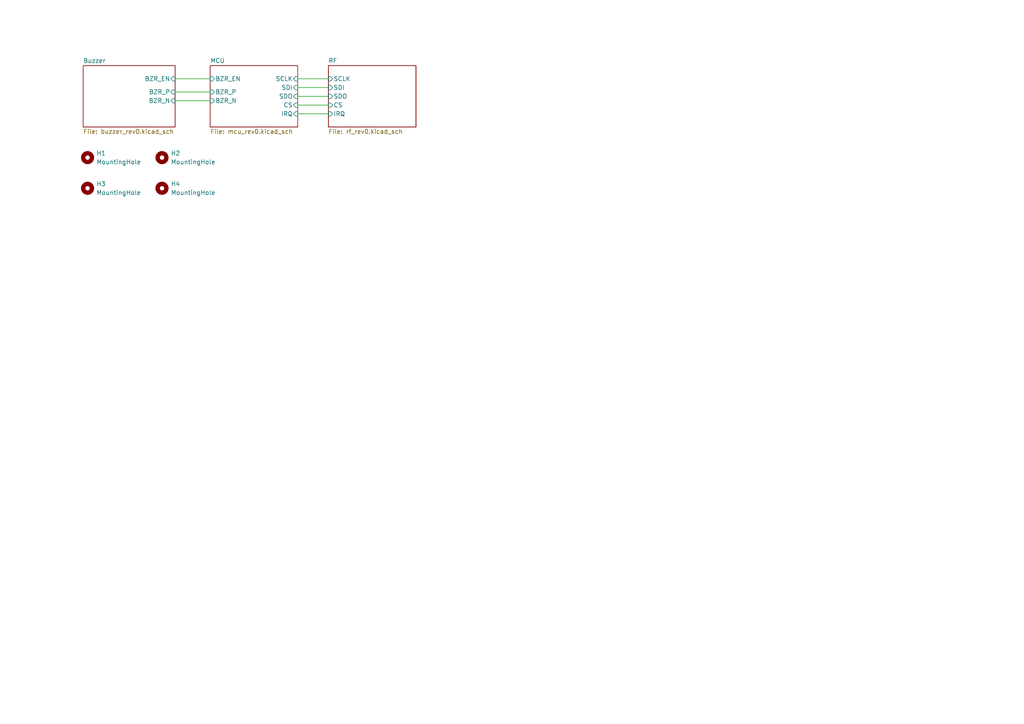
<source format=kicad_sch>
(kicad_sch (version 20250114) (generator "eeschema") (generator_version "9.0")
  (paper "A4")
  (title_block (title "Gateway") (date "2025-09-30") (rev "RAV0.0") (company "NPX4U"))
  (lib_symbols
    (symbol "Mechanical:MountingHole" (pin_names (offset 1.016)) (exclude_from_sim yes) (in_bom no)
      (property "Reference" "H" (at 0 5.08 0))
      (property "Value" "MountingHole" (at 0 3.175 0))
      (symbol "MountingHole_0_1"
        (circle (center 0 0) (radius 1.27) (stroke (width 1.27)))
      )
    )
  )
  (wire (pts (xy 86.36 27.94) (xy 95.25 27.94)))
  (wire (pts (xy 50.8 29.21) (xy 60.96 29.21)))
  (wire (pts (xy 86.36 22.86) (xy 95.25 22.86)))
  (wire (pts (xy 86.36 33.02) (xy 95.25 33.02)))
  (wire (pts (xy 86.36 30.48) (xy 95.25 30.48)))
  (wire (pts (xy 50.8 22.86) (xy 60.96 22.86)))
  (wire (pts (xy 50.8 26.67) (xy 60.96 26.67)))
  (wire (pts (xy 86.36 25.4) (xy 95.25 25.4)))
  (symbol (lib_id "Mechanical:MountingHole") (at 25.4 54.61 0) (unit 1) (exclude_from_sim yes) (in_bom no)
    (property "Reference" "H3" (at 27.94 53.3399 0) (effects (justify left)))
    (property "Value" "MountingHole" (at 27.94 55.8799 0) (effects (justify left)))
    (property "Footprint" "MountingHole:MountingHole_2.5mm" (effects (hide yes)))
    (property "Description" "Mounting Hole without connection" (effects (hide yes)))
  )
  (symbol (lib_id "Mechanical:MountingHole") (at 25.4 45.72 0) (unit 1) (exclude_from_sim yes) (in_bom no)
    (property "Reference" "H1" (at 27.94 44.4499 0) (effects (justify left)))
    (property "Value" "MountingHole" (at 27.94 46.9899 0) (effects (justify left)))
    (property "Footprint" "MountingHole:MountingHole_2.5mm" (effects (hide yes)))
    (property "Description" "Mounting Hole without connection" (effects (hide yes)))
  )
  (symbol (lib_id "Mechanical:MountingHole") (at 46.99 45.72 0) (unit 1) (exclude_from_sim yes) (in_bom no)
    (property "Reference" "H2" (at 49.53 44.4499 0) (effects (justify left)))
    (property "Value" "MountingHole" (at 49.53 46.9899 0) (effects (justify left)))
    (property "Footprint" "MountingHole:MountingHole_2.5mm" (effects (hide yes)))
    (property "Description" "Mounting Hole without connection" (effects (hide yes)))
  )
  (symbol (lib_id "Mechanical:MountingHole") (at 46.99 54.61 0) (unit 1) (exclude_from_sim yes) (in_bom no)
    (property "Reference" "H4" (at 49.53 53.3399 0) (effects (justify left)))
    (property "Value" "MountingHole" (at 49.53 55.8799 0) (effects (justify left)))
    (property "Footprint" "MountingHole:MountingHole_2.5mm" (effects (hide yes)))
    (property "Description" "Mounting Hole without connection" (effects (hide yes)))
  )
  (sheet (at 95.25 19.05) (size 25.4 17.78) (stroke (width 0.1524))
    (property "Sheetname" "RF" (at 95.25 18.3384 0) (effects (justify left bottom)))
    (property "Sheetfile" "rf_rev0.kicad_sch" (at 95.25 37.4146 0) (effects (justify left top)))
    (pin "CS" input (at 95.25 30.48 180))
    (pin "SCLK" input (at 95.25 22.86 180))
    (pin "SDI" input (at 95.25 25.4 180))
    (pin "SDO" input (at 95.25 27.94 180))
    (pin "IRQ" input (at 95.25 33.02 180))
  )
  (sheet (at 60.96 19.05) (size 25.4 17.78) (stroke (width 0.1524))
    (property "Sheetname" "MCU" (at 60.96 18.3384 0) (effects (justify left bottom)))
    (property "Sheetfile" "mcu_rev0.kicad_sch" (at 60.96 37.4146 0) (effects (justify left top)))
    (pin "BZR_EN" input (at 60.96 22.86 180))
    (pin "BZR_N" input (at 60.96 29.21 180))
    (pin "BZR_P" input (at 60.96 26.67 180))
    (pin "CS" input (at 86.36 30.48 0))
    (pin "SCLK" input (at 86.36 22.86 0))
    (pin "SDI" input (at 86.36 25.4 0))
    (pin "SDO" input (at 86.36 27.94 0))
    (pin "IRQ" input (at 86.36 33.02 0))
  )
  (sheet (at 24.13 19.05) (size 26.67 17.78) (stroke (width 0.1524))
    (property "Sheetname" "Buzzer" (at 24.13 18.3384 0) (effects (justify left bottom)))
    (property "Sheetfile" "buzzer_rev0.kicad_sch" (at 24.13 37.4146 0) (effects (justify left top)))
    (pin "BZR_EN" input (at 50.8 22.86 0))
    (pin "BZR_N" input (at 50.8 29.21 0))
    (pin "BZR_P" input (at 50.8 26.67 0))
  )
)
</source>
